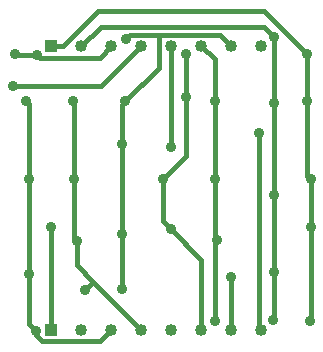
<source format=gbl>
G04 (created by PCBNEW-RS274X (2011-aug-04)-testing) date Tue 12 Feb 2013 10:47:46 AM PST*
G01*
G70*
G90*
%MOIN*%
G04 Gerber Fmt 3.4, Leading zero omitted, Abs format*
%FSLAX34Y34*%
G04 APERTURE LIST*
%ADD10C,0.006000*%
%ADD11C,0.040000*%
%ADD12R,0.040000X0.040000*%
%ADD13C,0.035000*%
%ADD14C,0.016000*%
G04 APERTURE END LIST*
G54D10*
G54D11*
X25799Y-21575D03*
X24799Y-21575D03*
X23799Y-21575D03*
G54D12*
X22799Y-21575D03*
G54D11*
X26799Y-21575D03*
X27799Y-21575D03*
X28799Y-21575D03*
X29799Y-21575D03*
X25799Y-31024D03*
X24799Y-31024D03*
X23799Y-31024D03*
G54D12*
X22799Y-31024D03*
G54D11*
X26799Y-31024D03*
X27799Y-31024D03*
X28799Y-31024D03*
X29799Y-31024D03*
G54D13*
X22799Y-27599D03*
X25254Y-23411D03*
X25138Y-27846D03*
X25299Y-21327D03*
X25138Y-29678D03*
X25138Y-24840D03*
X28308Y-28028D03*
X28238Y-23402D03*
X28238Y-26014D03*
X28256Y-30719D03*
X26799Y-24935D03*
X21518Y-22910D03*
X22314Y-21855D03*
X21573Y-21834D03*
X30222Y-21266D03*
X30222Y-26521D03*
X30222Y-29107D03*
X30191Y-30714D03*
X30222Y-23452D03*
X31437Y-27595D03*
X31329Y-21838D03*
X31329Y-23410D03*
X31437Y-26014D03*
X31418Y-30720D03*
X22062Y-26014D03*
X21949Y-23396D03*
X22292Y-31064D03*
X22062Y-29157D03*
X23645Y-28055D03*
X23524Y-23403D03*
X23563Y-26014D03*
X23919Y-29694D03*
X26782Y-27668D03*
X26508Y-26014D03*
X27275Y-21840D03*
X27275Y-23272D03*
X28799Y-29252D03*
X29726Y-24463D03*
G54D14*
X22799Y-31024D02*
X22799Y-30641D01*
X22799Y-30641D02*
X22799Y-27599D01*
X28416Y-21192D02*
X28799Y-21575D01*
X26423Y-21192D02*
X28416Y-21192D01*
X26378Y-21237D02*
X26423Y-21192D01*
X25434Y-21192D02*
X25299Y-21327D01*
X26333Y-21192D02*
X25434Y-21192D01*
X26378Y-21237D02*
X26333Y-21192D01*
X25138Y-27846D02*
X25138Y-29678D01*
X26378Y-22287D02*
X25254Y-23411D01*
X26378Y-21237D02*
X26378Y-22287D01*
X25138Y-27846D02*
X25138Y-24840D01*
X25138Y-23527D02*
X25254Y-23411D01*
X25138Y-24840D02*
X25138Y-23527D01*
X28238Y-22014D02*
X28238Y-23402D01*
X27799Y-21575D02*
X28238Y-22014D01*
X28238Y-23402D02*
X28238Y-26014D01*
X28256Y-28028D02*
X28308Y-28028D01*
X28238Y-28010D02*
X28256Y-28028D01*
X28238Y-26014D02*
X28238Y-28010D01*
X28256Y-28028D02*
X28256Y-30719D01*
X26799Y-21575D02*
X26799Y-24935D01*
X24464Y-22910D02*
X25799Y-21575D01*
X21518Y-22910D02*
X24464Y-22910D01*
X22418Y-21959D02*
X22314Y-21855D01*
X24415Y-21959D02*
X22418Y-21959D01*
X24799Y-21575D02*
X24415Y-21959D01*
X21594Y-21855D02*
X21573Y-21834D01*
X22314Y-21855D02*
X21594Y-21855D01*
X24446Y-20928D02*
X23799Y-21575D01*
X29884Y-20928D02*
X24446Y-20928D01*
X30222Y-21266D02*
X29884Y-20928D01*
X30222Y-30683D02*
X30191Y-30714D01*
X30222Y-29107D02*
X30222Y-30683D01*
X30222Y-29107D02*
X30222Y-26521D01*
X30222Y-26521D02*
X30222Y-23452D01*
X30222Y-23452D02*
X30222Y-21266D01*
X22799Y-21575D02*
X23182Y-21575D01*
X29893Y-20402D02*
X31329Y-21838D01*
X24355Y-20402D02*
X29893Y-20402D01*
X23182Y-21575D02*
X24355Y-20402D01*
X31329Y-21838D02*
X31329Y-23410D01*
X31329Y-25906D02*
X31437Y-26014D01*
X31329Y-23410D02*
X31329Y-25906D01*
X31437Y-26014D02*
X31437Y-27595D01*
X31437Y-30701D02*
X31418Y-30720D01*
X31437Y-27595D02*
X31437Y-30701D01*
X22292Y-31214D02*
X22292Y-31064D01*
X22486Y-31408D02*
X22292Y-31214D01*
X24415Y-31408D02*
X22486Y-31408D01*
X24799Y-31024D02*
X24415Y-31408D01*
X22062Y-23509D02*
X22062Y-26014D01*
X21949Y-23396D02*
X22062Y-23509D01*
X22062Y-26014D02*
X22062Y-29157D01*
X22062Y-30834D02*
X22292Y-31064D01*
X22062Y-29157D02*
X22062Y-30834D01*
X23563Y-23442D02*
X23524Y-23403D01*
X23563Y-26014D02*
X23563Y-23442D01*
X23563Y-27973D02*
X23645Y-28055D01*
X23563Y-26014D02*
X23563Y-27973D01*
X23919Y-29694D02*
X24194Y-29419D01*
X23645Y-28870D02*
X24194Y-29419D01*
X23645Y-28055D02*
X23645Y-28870D01*
X24194Y-29419D02*
X25799Y-31024D01*
X27799Y-28685D02*
X27799Y-31024D01*
X26782Y-27668D02*
X27799Y-28685D01*
X26508Y-27394D02*
X26508Y-26014D01*
X26782Y-27668D02*
X26508Y-27394D01*
X27275Y-25247D02*
X27275Y-23272D01*
X26508Y-26014D02*
X27275Y-25247D01*
X27275Y-23272D02*
X27275Y-21840D01*
X28799Y-31024D02*
X28799Y-29252D01*
X29726Y-30951D02*
X29726Y-24463D01*
X29799Y-31024D02*
X29726Y-30951D01*
M02*

</source>
